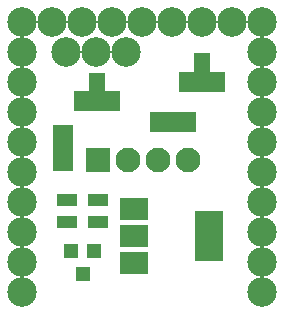
<source format=gbr>
G04 #@! TF.FileFunction,Soldermask,Bot*
%FSLAX46Y46*%
G04 Gerber Fmt 4.6, Leading zero omitted, Abs format (unit mm)*
G04 Created by KiCad (PCBNEW 4.0.6) date 12/07/19 10:47:10*
%MOMM*%
%LPD*%
G01*
G04 APERTURE LIST*
%ADD10C,0.100000*%
%ADD11R,1.370000X1.670000*%
%ADD12C,2.500000*%
%ADD13R,2.100000X2.100000*%
%ADD14C,2.100000*%
%ADD15R,1.670000X1.370000*%
%ADD16R,2.400000X4.200000*%
%ADD17R,2.400000X1.900000*%
%ADD18R,1.200000X1.300000*%
%ADD19R,1.700000X1.100000*%
G04 APERTURE END LIST*
D10*
D11*
X146341000Y-72025000D03*
X147611000Y-72025000D03*
X148881000Y-72025000D03*
X147611000Y-70475000D03*
D12*
X161581000Y-67845000D03*
X161581000Y-70385000D03*
X161581000Y-72925000D03*
X161581000Y-75465000D03*
X161581000Y-78005000D03*
X161581000Y-80545000D03*
X161581000Y-83085000D03*
X161581000Y-85625000D03*
X161581000Y-88165000D03*
X161581000Y-65305000D03*
X159041000Y-65305000D03*
X156501000Y-65305000D03*
X153961000Y-65305000D03*
X151421000Y-65305000D03*
X148881000Y-65305000D03*
X146341000Y-65305000D03*
X143801000Y-65305000D03*
X141261000Y-65305000D03*
X141261000Y-67845000D03*
X141261000Y-70385000D03*
X141261000Y-72925000D03*
X141261000Y-75465000D03*
X141261000Y-78005000D03*
X141261000Y-80545000D03*
X141261000Y-83085000D03*
X141261000Y-85625000D03*
X141261000Y-88165000D03*
D13*
X147711000Y-77025000D03*
D14*
X150251000Y-77025000D03*
X152791000Y-77025000D03*
X155331000Y-77025000D03*
D11*
X155356000Y-73775000D03*
X154086000Y-73775000D03*
X152816000Y-73775000D03*
X155241000Y-70375000D03*
X156511000Y-70375000D03*
X157781000Y-70375000D03*
X156511000Y-68825000D03*
D15*
X144761000Y-77245000D03*
X144761000Y-75975000D03*
X144761000Y-74705000D03*
D16*
X157111000Y-83425000D03*
D17*
X150811000Y-83425000D03*
X150811000Y-81125000D03*
X150811000Y-85725000D03*
D18*
X145486000Y-84675000D03*
X147386000Y-84675000D03*
X146436000Y-86675000D03*
D19*
X147736000Y-80400000D03*
X147736000Y-82300000D03*
X145086000Y-82300000D03*
X145086000Y-80400000D03*
D12*
X145061000Y-67875000D03*
X147601000Y-67875000D03*
X150141000Y-67875000D03*
M02*

</source>
